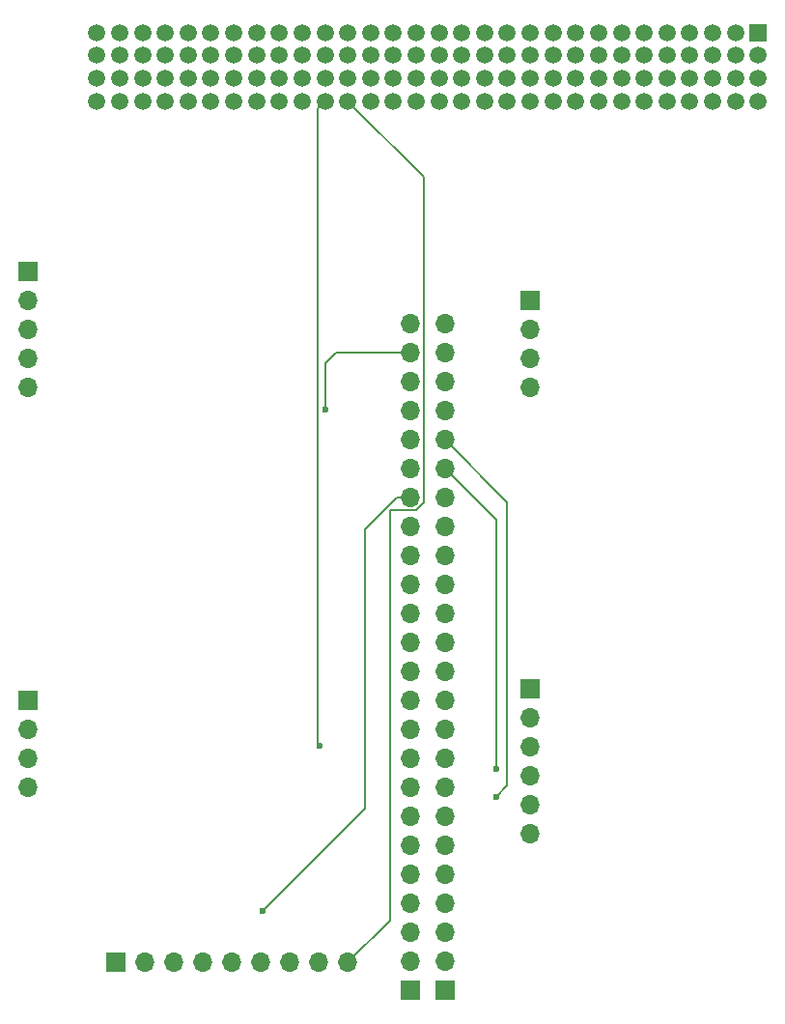
<source format=gbr>
%TF.GenerationSoftware,KiCad,Pcbnew,8.0.0*%
%TF.CreationDate,2025-01-16T04:07:06+02:00*%
%TF.ProjectId,diplomna_2024_sensors_pcb_layout,6469706c-6f6d-46e6-915f-323032345f73,rev?*%
%TF.SameCoordinates,Original*%
%TF.FileFunction,Copper,L3,Inr*%
%TF.FilePolarity,Positive*%
%FSLAX46Y46*%
G04 Gerber Fmt 4.6, Leading zero omitted, Abs format (unit mm)*
G04 Created by KiCad (PCBNEW 8.0.0) date 2025-01-16 04:07:06*
%MOMM*%
%LPD*%
G01*
G04 APERTURE LIST*
%TA.AperFunction,ComponentPad*%
%ADD10R,1.700000X1.700000*%
%TD*%
%TA.AperFunction,ComponentPad*%
%ADD11O,1.700000X1.700000*%
%TD*%
%TA.AperFunction,ComponentPad*%
%ADD12R,1.500000X1.500000*%
%TD*%
%TA.AperFunction,ComponentPad*%
%ADD13C,1.500000*%
%TD*%
%TA.AperFunction,ViaPad*%
%ADD14C,0.600000*%
%TD*%
%TA.AperFunction,Conductor*%
%ADD15C,0.200000*%
%TD*%
G04 APERTURE END LIST*
D10*
%TO.N,VIN*%
%TO.C,REF\u002A\u002A*%
X176680000Y-136000000D03*
D11*
%TO.N,GND*%
X179220000Y-136000000D03*
%TO.N,EN*%
X181760000Y-136000000D03*
%TO.N,N/C*%
X184300000Y-136000000D03*
%TO.N,sck*%
X186840000Y-136000000D03*
%TO.N,miso*%
X189380000Y-136000000D03*
%TO.N,mosi*%
X191920000Y-136000000D03*
%TO.N,cs*%
X194460000Y-136000000D03*
%TO.N,RST*%
X197000000Y-136000000D03*
%TD*%
%TO.N,VIN*%
%TO.C,REF\u002A\u002A*%
X213000000Y-85580000D03*
%TO.N,RX*%
X213000000Y-83040000D03*
%TO.N,TX*%
X213000000Y-80500000D03*
D10*
%TO.N,GND*%
X213000000Y-77960000D03*
%TD*%
%TO.N,GND*%
%TO.C,REF\u002A\u002A*%
X213000000Y-112000000D03*
D11*
%TO.N,VIN*%
X213000000Y-114540000D03*
%TO.N,miso*%
X213000000Y-117080000D03*
%TO.N,mosi*%
X213000000Y-119620000D03*
%TO.N,sck*%
X213000000Y-122160000D03*
%TO.N,cs*%
X213000000Y-124700000D03*
%TD*%
D10*
%TO.N,VIN*%
%TO.C,REF\u002A\u002A*%
X169000000Y-113000000D03*
D11*
%TO.N,GND*%
X169000000Y-115540000D03*
%TO.N,SCL*%
X169000000Y-118080000D03*
%TO.N,SDA*%
X169000000Y-120620000D03*
%TD*%
D10*
%TO.N,VIN*%
%TO.C,REF\u002A\u002A*%
X169000000Y-75460000D03*
D11*
%TO.N,N/C*%
X169000000Y-78000000D03*
%TO.N,GND*%
X169000000Y-80540000D03*
%TO.N,SCL*%
X169000000Y-83080000D03*
%TO.N,SDA*%
X169000000Y-85620000D03*
%TD*%
D10*
%TO.N,N/C*%
%TO.C,REF\u002A\u002A*%
X202500000Y-138400000D03*
D11*
X202500000Y-135860000D03*
X202500000Y-133320000D03*
X202500000Y-130780000D03*
X202500000Y-128240000D03*
X202500000Y-125700000D03*
X202500000Y-123160000D03*
X202500000Y-120620000D03*
X202500000Y-118080000D03*
X202500000Y-115540000D03*
X202500000Y-113000000D03*
%TO.N,cs*%
X202500000Y-110460000D03*
X202500000Y-107920000D03*
%TO.N,N/C*%
X202500000Y-105380000D03*
X202500000Y-102840000D03*
X202500000Y-100300000D03*
X202500000Y-97760000D03*
%TO.N,miso*%
X202500000Y-95220000D03*
%TO.N,mosi*%
X202500000Y-92680000D03*
%TO.N,sck*%
X202500000Y-90140000D03*
%TO.N,N/C*%
X202500000Y-87600000D03*
%TO.N,SDA*%
X202500000Y-85060000D03*
%TO.N,SCL*%
X202500000Y-82520000D03*
%TO.N,N/C*%
X202500000Y-79980000D03*
%TD*%
D10*
%TO.N,N/C*%
%TO.C,REF\u002A\u002A*%
X205500000Y-138400000D03*
D11*
X205500000Y-135860000D03*
X205500000Y-133320000D03*
X205500000Y-130780000D03*
X205500000Y-128240000D03*
X205500000Y-125700000D03*
X205500000Y-123160000D03*
X205500000Y-120620000D03*
X205500000Y-118080000D03*
X205500000Y-115540000D03*
X205500000Y-113000000D03*
%TO.N,cs*%
X205500000Y-110460000D03*
X205500000Y-107920000D03*
%TO.N,N/C*%
X205500000Y-105380000D03*
X205500000Y-102840000D03*
X205500000Y-100300000D03*
X205500000Y-97760000D03*
%TO.N,miso*%
X205500000Y-95220000D03*
%TO.N,mosi*%
X205500000Y-92680000D03*
%TO.N,sck*%
X205500000Y-90140000D03*
%TO.N,N/C*%
X205500000Y-87600000D03*
%TO.N,SDA*%
X205500000Y-85060000D03*
%TO.N,SCL*%
X205500000Y-82520000D03*
%TO.N,N/C*%
X205500000Y-79980000D03*
%TD*%
D12*
%TO.N,N/C*%
%TO.C,J\u002A\u002A*%
X233000000Y-54500000D03*
D13*
X231000000Y-54500000D03*
X229000000Y-54500000D03*
X227000000Y-54500000D03*
X225000000Y-54500000D03*
X223000000Y-54500000D03*
X221000000Y-54500000D03*
X219000000Y-54500000D03*
X217000000Y-54500000D03*
X215000000Y-54500000D03*
X213000000Y-54500000D03*
X211000000Y-54500000D03*
X209000000Y-54500000D03*
X207000000Y-54500000D03*
X205000000Y-54500000D03*
X203000000Y-54500000D03*
X201000000Y-54500000D03*
X199000000Y-54500000D03*
X197000000Y-54500000D03*
X195000000Y-54500000D03*
X193000000Y-54500000D03*
X191000000Y-54500000D03*
X189000000Y-54500000D03*
X187000000Y-54500000D03*
X185000000Y-54500000D03*
X183000000Y-54500000D03*
X181000000Y-54500000D03*
X179000000Y-54500000D03*
X177000000Y-54500000D03*
X175000000Y-54500000D03*
X233000000Y-56500000D03*
X231000000Y-56500000D03*
X229000000Y-56500000D03*
X227000000Y-56500000D03*
X225000000Y-56500000D03*
X223000000Y-56500000D03*
X221000000Y-56500000D03*
X219000000Y-56500000D03*
X217000000Y-56500000D03*
X215000000Y-56500000D03*
X213000000Y-56500000D03*
X211000000Y-56500000D03*
X209000000Y-56500000D03*
X207000000Y-56500000D03*
X205000000Y-56500000D03*
X203000000Y-56500000D03*
X201000000Y-56500000D03*
X199000000Y-56500000D03*
X197000000Y-56500000D03*
X195000000Y-56500000D03*
X193000000Y-56500000D03*
X191000000Y-56500000D03*
X189000000Y-56500000D03*
X187000000Y-56500000D03*
X185000000Y-56500000D03*
X183000000Y-56500000D03*
X181000000Y-56500000D03*
X179000000Y-56500000D03*
X177000000Y-56500000D03*
X175000000Y-56500000D03*
X233000000Y-58500000D03*
X231000000Y-58500000D03*
X229000000Y-58500000D03*
X227000000Y-58500000D03*
X225000000Y-58500000D03*
X223000000Y-58500000D03*
X221000000Y-58500000D03*
X219000000Y-58500000D03*
X217000000Y-58500000D03*
X215000000Y-58500000D03*
X213000000Y-58500000D03*
X211000000Y-58500000D03*
X209000000Y-58500000D03*
X207000000Y-58500000D03*
X205000000Y-58500000D03*
X203000000Y-58500000D03*
X201000000Y-58500000D03*
X199000000Y-58500000D03*
X197000000Y-58500000D03*
X195000000Y-58500000D03*
X193000000Y-58500000D03*
X191000000Y-58500000D03*
X189000000Y-58500000D03*
X187000000Y-58500000D03*
X185000000Y-58500000D03*
X183000000Y-58500000D03*
X181000000Y-58500000D03*
X179000000Y-58500000D03*
X177000000Y-58500000D03*
%TO.N,VIN*%
X175000000Y-58500000D03*
%TO.N,N/C*%
X233000000Y-60500000D03*
X231000000Y-60500000D03*
X229000000Y-60500000D03*
X227000000Y-60500000D03*
X225000000Y-60500000D03*
X223000000Y-60500000D03*
X221000000Y-60500000D03*
X219000000Y-60500000D03*
X217000000Y-60500000D03*
X215000000Y-60500000D03*
X213000000Y-60500000D03*
X211000000Y-60500000D03*
X209000000Y-60500000D03*
X207000000Y-60500000D03*
X205000000Y-60500000D03*
X203000000Y-60500000D03*
X201000000Y-60500000D03*
X199000000Y-60500000D03*
%TO.N,RST*%
X197000000Y-60500000D03*
%TO.N,cs*%
X195000000Y-60500000D03*
%TO.N,N/C*%
X193000000Y-60500000D03*
X191000000Y-60500000D03*
X189000000Y-60500000D03*
%TO.N,TX*%
X187000000Y-60500000D03*
%TO.N,RX*%
X185000000Y-60500000D03*
%TO.N,N/C*%
X183000000Y-60500000D03*
X181000000Y-60500000D03*
X179000000Y-60500000D03*
X177000000Y-60500000D03*
%TO.N,VIN*%
X175000000Y-60500000D03*
%TD*%
D14*
%TO.N,cs*%
X194500000Y-117000000D03*
%TO.N,miso*%
X189500000Y-131500000D03*
%TO.N,mosi*%
X210000000Y-119000000D03*
%TO.N,sck*%
X210000000Y-121500000D03*
%TO.N,SCL*%
X195000000Y-87500000D03*
%TD*%
D15*
%TO.N,RST*%
X200695686Y-132304314D02*
X197000000Y-136000000D01*
X202976346Y-96370000D02*
X200695686Y-96370000D01*
X203650000Y-95696346D02*
X202976346Y-96370000D01*
X200695686Y-96370000D02*
X200695686Y-132304314D01*
X203650000Y-67150000D02*
X203650000Y-95696346D01*
X197000000Y-60500000D02*
X203650000Y-67150000D01*
%TO.N,cs*%
X194400000Y-116900000D02*
X194400000Y-61100000D01*
X194500000Y-117000000D02*
X194400000Y-116900000D01*
X194400000Y-61100000D02*
X195000000Y-60500000D01*
%TO.N,miso*%
X201280000Y-95220000D02*
X202500000Y-95220000D01*
X198500000Y-98000000D02*
X201280000Y-95220000D01*
X198500000Y-122500000D02*
X198500000Y-98000000D01*
X189500000Y-131500000D02*
X198500000Y-122500000D01*
%TO.N,sck*%
X211000000Y-95640000D02*
X205500000Y-90140000D01*
X210000000Y-121500000D02*
X211000000Y-120500000D01*
X211000000Y-120500000D02*
X211000000Y-95640000D01*
%TO.N,mosi*%
X210000000Y-97180000D02*
X205500000Y-92680000D01*
X210000000Y-119000000D02*
X210000000Y-97180000D01*
%TO.N,SCL*%
X195980000Y-82520000D02*
X202500000Y-82520000D01*
X195000000Y-83500000D02*
X195980000Y-82520000D01*
X195000000Y-87500000D02*
X195000000Y-83500000D01*
%TD*%
M02*

</source>
